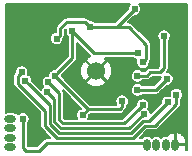
<source format=gbr>
G04 #@! TF.FileFunction,Copper,L2,Bot,Signal*
%FSLAX46Y46*%
G04 Gerber Fmt 4.6, Leading zero omitted, Abs format (unit mm)*
G04 Created by KiCad (PCBNEW 4.0.2-stable) date 23/09/2017 10:35:29 PM*
%MOMM*%
G01*
G04 APERTURE LIST*
%ADD10C,0.100000*%
%ADD11C,1.524000*%
%ADD12O,0.609600X1.000000*%
%ADD13O,1.000000X0.609600*%
%ADD14C,0.609600*%
%ADD15C,0.250000*%
%ADD16C,0.177800*%
G04 APERTURE END LIST*
D10*
D11*
X150000000Y-107000000D03*
D12*
X154300000Y-113250000D03*
X155100000Y-113250000D03*
X155900000Y-113250000D03*
X156700000Y-113250000D03*
D13*
X142750000Y-111050000D03*
X142750000Y-111850000D03*
X142750000Y-112650000D03*
X142750000Y-113450000D03*
D14*
X144600004Y-113100000D03*
X143350000Y-105750000D03*
X154450000Y-112200000D03*
X147450000Y-110832220D03*
X147450000Y-109550002D03*
X157000000Y-107000000D03*
X156500000Y-112100000D03*
X146200000Y-104900000D03*
X146050000Y-106600000D03*
X144950000Y-102000000D03*
X151050000Y-102000000D03*
X143800000Y-111050000D03*
X153950000Y-106250000D03*
X153250000Y-101750000D03*
X149500000Y-103250000D03*
X146650000Y-104250000D03*
X156800000Y-109000000D03*
X143692799Y-107090398D03*
X144000000Y-107800000D03*
X156050000Y-109650000D03*
X153939710Y-109879179D03*
X145950000Y-107950000D03*
X154050000Y-110633168D03*
X145867790Y-108800000D03*
X153500000Y-108600000D03*
X156001973Y-107662036D03*
X146500000Y-107400000D03*
X148000000Y-103649986D03*
X153550002Y-105500000D03*
X152200000Y-109550000D03*
X148850000Y-110750000D03*
X155750000Y-104050000D03*
X153500000Y-107400000D03*
D15*
X143350000Y-105750000D02*
X142450000Y-106650000D01*
X142450000Y-106650000D02*
X142450000Y-108250000D01*
X142450000Y-108250000D02*
X144600004Y-110400004D01*
X144600004Y-110400004D02*
X144600004Y-112668948D01*
X144600004Y-112668948D02*
X144600004Y-113100000D01*
X154450000Y-112200000D02*
X156400000Y-112200000D01*
X156400000Y-112200000D02*
X156500000Y-112100000D01*
X147450000Y-109550002D02*
X147450000Y-110832220D01*
X157450000Y-110050000D02*
X157450000Y-107450000D01*
X157450000Y-107450000D02*
X157000000Y-107000000D01*
X156500000Y-111000000D02*
X157450000Y-110050000D01*
X156500000Y-112100000D02*
X156500000Y-111000000D01*
X146200000Y-104900000D02*
X144950000Y-103650000D01*
X144950000Y-103650000D02*
X144950000Y-102000000D01*
X146050000Y-106600000D02*
X146050000Y-105050000D01*
X146050000Y-105050000D02*
X146200000Y-104900000D01*
X151050000Y-102000000D02*
X144950000Y-102000000D01*
X144050000Y-113750000D02*
X143800000Y-113500000D01*
X143800000Y-113500000D02*
X143800000Y-111050000D01*
X145150000Y-113750000D02*
X144050000Y-113750000D01*
X145850000Y-113050000D02*
X145150000Y-113750000D01*
X146500000Y-113050000D02*
X145850000Y-113050000D01*
X154300000Y-113250000D02*
X154100000Y-113050000D01*
X154100000Y-113050000D02*
X146500000Y-113050000D01*
X154254799Y-104754799D02*
X152750000Y-103250000D01*
X152750000Y-103250000D02*
X151750000Y-103250000D01*
X153950000Y-106250000D02*
X154254799Y-105945201D01*
X154254799Y-105945201D02*
X154254799Y-104754799D01*
X149500000Y-103250000D02*
X151750000Y-103250000D01*
X151750000Y-103250000D02*
X153250000Y-101750000D01*
X146954799Y-103945201D02*
X146954799Y-103395201D01*
X146650000Y-104250000D02*
X146954799Y-103945201D01*
X146954799Y-103395201D02*
X147500000Y-102850000D01*
X147500000Y-102850000D02*
X149100000Y-102850000D01*
X149100000Y-102850000D02*
X149500000Y-103250000D01*
X154982346Y-111617799D02*
X156800000Y-109800145D01*
X156800000Y-109431052D02*
X156800000Y-109000000D01*
X143388000Y-108068906D02*
X145660566Y-110341472D01*
X156800000Y-109800145D02*
X156800000Y-109431052D01*
X145660566Y-111629509D02*
X146670491Y-112639434D01*
X145660566Y-110341472D02*
X145660566Y-111629509D01*
X146670491Y-112639434D02*
X153148908Y-112639434D01*
X143692799Y-107090398D02*
X143388000Y-107395197D01*
X153148908Y-112639434D02*
X154170543Y-111617799D01*
X143388000Y-107395197D02*
X143388000Y-108068906D01*
X154170543Y-111617799D02*
X154982346Y-111617799D01*
X146062977Y-109862977D02*
X144304799Y-108104799D01*
X144304799Y-108104799D02*
X144000000Y-107800000D01*
X152982224Y-112237023D02*
X146837175Y-112237023D01*
X154003859Y-111215388D02*
X152982224Y-112237023D01*
X156050000Y-109650000D02*
X154484612Y-111215388D01*
X146062977Y-111462825D02*
X146062977Y-109862977D01*
X146837175Y-112237023D02*
X146062977Y-111462825D01*
X154484612Y-111215388D02*
X154003859Y-111215388D01*
X146867799Y-111129457D02*
X147170543Y-111432201D01*
X147170543Y-111432201D02*
X152386688Y-111432201D01*
X152386688Y-111432201D02*
X153634911Y-110183978D01*
X145950000Y-107950000D02*
X146867799Y-108867799D01*
X146867799Y-108867799D02*
X146867799Y-111129457D01*
X153634911Y-110183978D02*
X153939710Y-109879179D01*
X146465388Y-111296141D02*
X147003859Y-111834612D01*
X145867790Y-108800000D02*
X146465388Y-109397598D01*
X153950152Y-110700000D02*
X154050000Y-110700000D01*
X147003859Y-111834612D02*
X152815540Y-111834612D01*
X152815540Y-111834612D02*
X153950152Y-110700000D01*
X146465388Y-109397598D02*
X146465388Y-111296141D01*
X154050000Y-110700000D02*
X154050000Y-110633168D01*
X153931052Y-108600000D02*
X153500000Y-108600000D01*
X156001973Y-107662036D02*
X155064009Y-108600000D01*
X155064009Y-108600000D02*
X153931052Y-108600000D01*
X146804799Y-107095201D02*
X146500000Y-107400000D01*
X148000000Y-105900000D02*
X146804799Y-107095201D01*
X148000000Y-103649986D02*
X148000000Y-105900000D01*
X149350000Y-110250000D02*
X146500000Y-107400000D01*
X148304799Y-103954785D02*
X148000000Y-103649986D01*
X153550002Y-105500000D02*
X149850014Y-105500000D01*
X149850014Y-105500000D02*
X148304799Y-103954785D01*
X152200000Y-110050000D02*
X152200000Y-109550000D01*
X152200000Y-110050000D02*
X152000000Y-110250000D01*
X152000000Y-110250000D02*
X149350000Y-110250000D01*
X149350000Y-110250000D02*
X148850000Y-110750000D01*
X155750000Y-106750000D02*
X155750000Y-104050000D01*
X155402410Y-107097590D02*
X155750000Y-106750000D01*
X154583317Y-107097590D02*
X155402410Y-107097590D01*
X153500000Y-107400000D02*
X154280908Y-107400000D01*
X154280908Y-107400000D02*
X154583317Y-107097590D01*
D16*
G36*
X157658300Y-113658300D02*
X157576712Y-113658300D01*
X157577331Y-113656519D01*
X157601700Y-113481300D01*
X157601700Y-113286100D01*
X156736100Y-113286100D01*
X156736100Y-113306100D01*
X156663900Y-113306100D01*
X156663900Y-113286100D01*
X156643900Y-113286100D01*
X156643900Y-113213900D01*
X156663900Y-113213900D01*
X156663900Y-112303191D01*
X156736100Y-112303191D01*
X156736100Y-113213900D01*
X157601700Y-113213900D01*
X157601700Y-113018700D01*
X157577331Y-112843481D01*
X157519247Y-112676383D01*
X157429680Y-112523827D01*
X157312072Y-112391676D01*
X157170942Y-112285008D01*
X157011714Y-112207923D01*
X156876599Y-112170563D01*
X156736100Y-112303191D01*
X156663900Y-112303191D01*
X156523401Y-112170563D01*
X156388286Y-112207923D01*
X156229058Y-112285008D01*
X156087928Y-112391676D01*
X156000636Y-112489762D01*
X155903990Y-112479604D01*
X155792912Y-112489713D01*
X155685912Y-112521204D01*
X155587068Y-112572879D01*
X155500142Y-112642769D01*
X155499561Y-112643462D01*
X155419579Y-112577295D01*
X155321465Y-112524245D01*
X155214916Y-112491263D01*
X155103990Y-112479604D01*
X154992912Y-112489713D01*
X154885912Y-112521204D01*
X154787068Y-112572879D01*
X154700142Y-112642769D01*
X154699561Y-112643462D01*
X154619579Y-112577295D01*
X154521465Y-112524245D01*
X154414916Y-112491263D01*
X154303990Y-112479604D01*
X154192912Y-112489713D01*
X154085912Y-112521204D01*
X153987068Y-112572879D01*
X153900142Y-112642769D01*
X153887110Y-112658300D01*
X153683990Y-112658300D01*
X154332791Y-112009499D01*
X154982346Y-112009499D01*
X155018367Y-112005967D01*
X155054399Y-112002815D01*
X155056378Y-112002240D01*
X155058428Y-112002039D01*
X155093067Y-111991581D01*
X155127811Y-111981487D01*
X155129639Y-111980539D01*
X155131611Y-111979944D01*
X155163552Y-111962960D01*
X155195681Y-111946306D01*
X155197291Y-111945020D01*
X155199109Y-111944054D01*
X155227124Y-111921206D01*
X155255426Y-111898613D01*
X155258296Y-111895783D01*
X155258351Y-111895738D01*
X155258393Y-111895687D01*
X155259320Y-111894773D01*
X157076974Y-110077119D01*
X157099953Y-110049144D01*
X157123197Y-110021443D01*
X157124189Y-110019638D01*
X157125497Y-110018046D01*
X157142621Y-109986111D01*
X157160025Y-109954452D01*
X157160646Y-109952494D01*
X157161622Y-109950674D01*
X157172216Y-109916021D01*
X157183140Y-109881584D01*
X157183370Y-109879538D01*
X157183972Y-109877567D01*
X157187630Y-109841553D01*
X157191662Y-109805614D01*
X157191690Y-109801592D01*
X157191698Y-109801513D01*
X157191691Y-109801439D01*
X157191700Y-109800145D01*
X157191700Y-109416200D01*
X157234716Y-109375237D01*
X157299321Y-109283654D01*
X157344906Y-109181266D01*
X157369737Y-109071974D01*
X157371524Y-108943962D01*
X157349755Y-108834019D01*
X157307046Y-108730399D01*
X157245023Y-108637048D01*
X157166050Y-108557521D01*
X157073134Y-108494849D01*
X156969815Y-108451417D01*
X156860027Y-108428881D01*
X156747953Y-108428098D01*
X156637861Y-108449100D01*
X156533945Y-108491084D01*
X156440163Y-108552453D01*
X156360087Y-108630870D01*
X156296768Y-108723346D01*
X156252616Y-108826360D01*
X156229314Y-108935987D01*
X156227749Y-109048053D01*
X156239025Y-109109492D01*
X156219815Y-109101417D01*
X156110027Y-109078881D01*
X155997953Y-109078098D01*
X155887861Y-109099100D01*
X155783945Y-109141084D01*
X155690163Y-109202453D01*
X155610087Y-109280870D01*
X155546768Y-109373346D01*
X155502616Y-109476360D01*
X155479314Y-109585987D01*
X155478170Y-109667882D01*
X154612830Y-110533222D01*
X154599755Y-110467187D01*
X154557046Y-110363567D01*
X154495023Y-110270216D01*
X154417997Y-110192650D01*
X154439031Y-110162833D01*
X154484616Y-110060445D01*
X154509447Y-109951153D01*
X154511234Y-109823141D01*
X154489465Y-109713198D01*
X154446756Y-109609578D01*
X154384733Y-109516227D01*
X154305760Y-109436700D01*
X154212844Y-109374028D01*
X154109525Y-109330596D01*
X153999737Y-109308060D01*
X153887663Y-109307277D01*
X153777571Y-109328279D01*
X153673655Y-109370263D01*
X153579873Y-109431632D01*
X153499797Y-109510049D01*
X153436478Y-109602525D01*
X153392326Y-109705539D01*
X153369024Y-109815166D01*
X153367880Y-109897061D01*
X152224440Y-111040501D01*
X149344491Y-111040501D01*
X149349321Y-111033654D01*
X149394906Y-110931266D01*
X149419737Y-110821974D01*
X149420979Y-110732969D01*
X149512248Y-110641700D01*
X152000000Y-110641700D01*
X152036021Y-110638168D01*
X152072053Y-110635016D01*
X152074032Y-110634441D01*
X152076082Y-110634240D01*
X152110721Y-110623782D01*
X152145465Y-110613688D01*
X152147293Y-110612740D01*
X152149265Y-110612145D01*
X152181206Y-110595161D01*
X152213335Y-110578507D01*
X152214945Y-110577221D01*
X152216763Y-110576255D01*
X152244778Y-110553407D01*
X152273080Y-110530814D01*
X152275950Y-110527984D01*
X152276005Y-110527939D01*
X152276047Y-110527888D01*
X152276974Y-110526974D01*
X152476974Y-110326974D01*
X152499935Y-110299021D01*
X152523197Y-110271298D01*
X152524191Y-110269490D01*
X152525497Y-110267900D01*
X152542609Y-110235987D01*
X152560025Y-110204307D01*
X152560646Y-110202349D01*
X152561622Y-110200529D01*
X152572216Y-110165876D01*
X152583140Y-110131439D01*
X152583370Y-110129393D01*
X152583972Y-110127422D01*
X152587630Y-110091413D01*
X152591662Y-110055469D01*
X152591690Y-110051446D01*
X152591698Y-110051367D01*
X152591691Y-110051289D01*
X152591700Y-110050000D01*
X152591700Y-109966200D01*
X152634716Y-109925237D01*
X152699321Y-109833654D01*
X152744906Y-109731266D01*
X152769737Y-109621974D01*
X152771524Y-109493962D01*
X152749755Y-109384019D01*
X152707046Y-109280399D01*
X152645023Y-109187048D01*
X152566050Y-109107521D01*
X152473134Y-109044849D01*
X152369815Y-109001417D01*
X152260027Y-108978881D01*
X152147953Y-108978098D01*
X152037861Y-108999100D01*
X151933945Y-109041084D01*
X151840163Y-109102453D01*
X151760087Y-109180870D01*
X151696768Y-109273346D01*
X151652616Y-109376360D01*
X151629314Y-109485987D01*
X151627749Y-109598053D01*
X151647981Y-109708289D01*
X151689239Y-109812495D01*
X151718758Y-109858300D01*
X149512247Y-109858300D01*
X147539114Y-107885166D01*
X149165887Y-107885166D01*
X149226880Y-108125525D01*
X149461314Y-108254726D01*
X149716449Y-108335710D01*
X149982482Y-108365362D01*
X150249188Y-108342545D01*
X150506317Y-108268134D01*
X150743989Y-108144990D01*
X150773120Y-108125525D01*
X150834113Y-107885166D01*
X150000000Y-107051053D01*
X149165887Y-107885166D01*
X147539114Y-107885166D01*
X147070511Y-107416563D01*
X147070979Y-107382969D01*
X147081773Y-107372175D01*
X147471465Y-106982482D01*
X148634638Y-106982482D01*
X148657455Y-107249188D01*
X148731866Y-107506317D01*
X148855010Y-107743989D01*
X148874475Y-107773120D01*
X149114834Y-107834113D01*
X149948947Y-107000000D01*
X150051053Y-107000000D01*
X150885166Y-107834113D01*
X151125525Y-107773120D01*
X151254726Y-107538686D01*
X151283494Y-107448053D01*
X152927749Y-107448053D01*
X152947981Y-107558289D01*
X152989239Y-107662495D01*
X153049952Y-107756703D01*
X153127807Y-107837325D01*
X153219839Y-107901289D01*
X153322542Y-107946158D01*
X153432005Y-107970225D01*
X153544057Y-107972572D01*
X153654431Y-107953111D01*
X153758923Y-107912581D01*
X153853553Y-107852527D01*
X153917428Y-107791700D01*
X154280908Y-107791700D01*
X154316921Y-107788169D01*
X154352962Y-107785016D01*
X154354942Y-107784441D01*
X154356990Y-107784240D01*
X154391663Y-107773772D01*
X154426373Y-107763687D01*
X154428197Y-107762742D01*
X154430173Y-107762145D01*
X154462150Y-107745142D01*
X154494243Y-107728507D01*
X154495853Y-107727221D01*
X154497671Y-107726255D01*
X154525686Y-107703407D01*
X154553988Y-107680814D01*
X154556853Y-107677988D01*
X154556913Y-107677939D01*
X154556959Y-107677884D01*
X154557882Y-107676973D01*
X154745564Y-107489290D01*
X155402410Y-107489290D01*
X155438431Y-107485758D01*
X155456393Y-107484187D01*
X155454589Y-107488396D01*
X155431287Y-107598023D01*
X155430143Y-107679918D01*
X154901761Y-108208300D01*
X153916475Y-108208300D01*
X153866050Y-108157521D01*
X153773134Y-108094849D01*
X153669815Y-108051417D01*
X153560027Y-108028881D01*
X153447953Y-108028098D01*
X153337861Y-108049100D01*
X153233945Y-108091084D01*
X153140163Y-108152453D01*
X153060087Y-108230870D01*
X152996768Y-108323346D01*
X152952616Y-108426360D01*
X152929314Y-108535987D01*
X152927749Y-108648053D01*
X152947981Y-108758289D01*
X152989239Y-108862495D01*
X153049952Y-108956703D01*
X153127807Y-109037325D01*
X153219839Y-109101289D01*
X153322542Y-109146158D01*
X153432005Y-109170225D01*
X153544057Y-109172572D01*
X153654431Y-109153111D01*
X153758923Y-109112581D01*
X153853553Y-109052527D01*
X153917428Y-108991700D01*
X155064009Y-108991700D01*
X155100030Y-108988168D01*
X155136062Y-108985016D01*
X155138041Y-108984441D01*
X155140091Y-108984240D01*
X155174730Y-108973782D01*
X155209474Y-108963688D01*
X155211302Y-108962740D01*
X155213274Y-108962145D01*
X155245215Y-108945161D01*
X155277344Y-108928507D01*
X155278954Y-108927221D01*
X155280772Y-108926255D01*
X155308787Y-108903407D01*
X155337089Y-108880814D01*
X155339959Y-108877984D01*
X155340014Y-108877939D01*
X155340056Y-108877888D01*
X155340983Y-108876974D01*
X155984634Y-108233322D01*
X156046030Y-108234608D01*
X156156404Y-108215147D01*
X156260896Y-108174617D01*
X156355526Y-108114563D01*
X156436689Y-108037273D01*
X156501294Y-107945690D01*
X156546879Y-107843302D01*
X156571710Y-107734010D01*
X156573497Y-107605998D01*
X156551728Y-107496055D01*
X156509019Y-107392435D01*
X156446996Y-107299084D01*
X156368023Y-107219557D01*
X156275107Y-107156885D01*
X156171788Y-107113453D01*
X156062000Y-107090917D01*
X155963717Y-107090230D01*
X156026973Y-107026974D01*
X156049906Y-106999055D01*
X156073197Y-106971298D01*
X156074191Y-106969489D01*
X156075496Y-106967901D01*
X156092580Y-106936040D01*
X156110025Y-106904307D01*
X156110648Y-106902344D01*
X156111621Y-106900529D01*
X156122192Y-106865950D01*
X156133140Y-106831439D01*
X156133370Y-106829389D01*
X156133971Y-106827423D01*
X156137620Y-106791498D01*
X156141662Y-106755469D01*
X156141690Y-106751437D01*
X156141697Y-106751368D01*
X156141691Y-106751304D01*
X156141700Y-106750000D01*
X156141700Y-104466200D01*
X156184716Y-104425237D01*
X156249321Y-104333654D01*
X156294906Y-104231266D01*
X156319737Y-104121974D01*
X156321524Y-103993962D01*
X156299755Y-103884019D01*
X156257046Y-103780399D01*
X156195023Y-103687048D01*
X156116050Y-103607521D01*
X156023134Y-103544849D01*
X155919815Y-103501417D01*
X155810027Y-103478881D01*
X155697953Y-103478098D01*
X155587861Y-103499100D01*
X155483945Y-103541084D01*
X155390163Y-103602453D01*
X155310087Y-103680870D01*
X155246768Y-103773346D01*
X155202616Y-103876360D01*
X155179314Y-103985987D01*
X155177749Y-104098053D01*
X155197981Y-104208289D01*
X155239239Y-104312495D01*
X155299952Y-104406703D01*
X155358300Y-104467125D01*
X155358300Y-106587753D01*
X155240162Y-106705890D01*
X154583317Y-106705890D01*
X154547345Y-106709417D01*
X154511263Y-106712574D01*
X154509283Y-106713149D01*
X154507235Y-106713350D01*
X154472608Y-106723804D01*
X154437852Y-106733902D01*
X154436024Y-106734850D01*
X154434052Y-106735445D01*
X154402111Y-106752429D01*
X154369982Y-106769083D01*
X154368372Y-106770369D01*
X154366554Y-106771335D01*
X154338539Y-106794183D01*
X154310237Y-106816776D01*
X154307367Y-106819606D01*
X154307312Y-106819651D01*
X154307270Y-106819702D01*
X154306343Y-106820616D01*
X154118660Y-107008300D01*
X153916475Y-107008300D01*
X153866050Y-106957521D01*
X153773134Y-106894849D01*
X153669815Y-106851417D01*
X153560027Y-106828881D01*
X153447953Y-106828098D01*
X153337861Y-106849100D01*
X153233945Y-106891084D01*
X153140163Y-106952453D01*
X153060087Y-107030870D01*
X152996768Y-107123346D01*
X152952616Y-107226360D01*
X152929314Y-107335987D01*
X152927749Y-107448053D01*
X151283494Y-107448053D01*
X151335710Y-107283551D01*
X151365362Y-107017518D01*
X151342545Y-106750812D01*
X151268134Y-106493683D01*
X151144990Y-106256011D01*
X151125525Y-106226880D01*
X150885166Y-106165887D01*
X150051053Y-107000000D01*
X149948947Y-107000000D01*
X149114834Y-106165887D01*
X148874475Y-106226880D01*
X148745274Y-106461314D01*
X148664290Y-106716449D01*
X148634638Y-106982482D01*
X147471465Y-106982482D01*
X148276973Y-106176974D01*
X148299906Y-106149055D01*
X148323197Y-106121298D01*
X148324191Y-106119489D01*
X148325496Y-106117901D01*
X148342580Y-106086040D01*
X148360025Y-106054307D01*
X148360648Y-106052344D01*
X148361621Y-106050529D01*
X148372192Y-106015950D01*
X148383140Y-105981439D01*
X148383370Y-105979389D01*
X148383971Y-105977423D01*
X148387620Y-105941498D01*
X148391662Y-105905469D01*
X148391690Y-105901437D01*
X148391697Y-105901368D01*
X148391691Y-105901304D01*
X148391700Y-105900000D01*
X148391700Y-104595634D01*
X149520245Y-105724179D01*
X149493683Y-105731866D01*
X149256011Y-105855010D01*
X149226880Y-105874475D01*
X149165887Y-106114834D01*
X150000000Y-106948947D01*
X150834113Y-106114834D01*
X150777491Y-105891700D01*
X153133750Y-105891700D01*
X153177809Y-105937325D01*
X153269841Y-106001289D01*
X153372544Y-106046158D01*
X153411856Y-106054801D01*
X153402616Y-106076360D01*
X153379314Y-106185987D01*
X153377749Y-106298053D01*
X153397981Y-106408289D01*
X153439239Y-106512495D01*
X153499952Y-106606703D01*
X153577807Y-106687325D01*
X153669839Y-106751289D01*
X153772542Y-106796158D01*
X153882005Y-106820225D01*
X153994057Y-106822572D01*
X154104431Y-106803111D01*
X154208923Y-106762581D01*
X154303553Y-106702527D01*
X154384716Y-106625237D01*
X154449321Y-106533654D01*
X154494906Y-106431266D01*
X154519737Y-106321974D01*
X154520979Y-106232969D01*
X154531773Y-106222175D01*
X154554752Y-106194200D01*
X154577996Y-106166499D01*
X154578988Y-106164694D01*
X154580296Y-106163102D01*
X154597420Y-106131167D01*
X154614824Y-106099508D01*
X154615445Y-106097550D01*
X154616421Y-106095730D01*
X154627015Y-106061077D01*
X154637939Y-106026640D01*
X154638169Y-106024594D01*
X154638771Y-106022623D01*
X154642429Y-105986614D01*
X154646461Y-105950670D01*
X154646489Y-105946647D01*
X154646497Y-105946568D01*
X154646490Y-105946494D01*
X154646499Y-105945201D01*
X154646499Y-104754799D01*
X154642967Y-104718782D01*
X154639815Y-104682745D01*
X154639240Y-104680765D01*
X154639039Y-104678717D01*
X154628585Y-104644090D01*
X154618487Y-104609334D01*
X154617539Y-104607506D01*
X154616944Y-104605534D01*
X154599960Y-104573593D01*
X154583306Y-104541464D01*
X154582020Y-104539854D01*
X154581054Y-104538036D01*
X154558206Y-104510021D01*
X154535613Y-104481719D01*
X154532783Y-104478849D01*
X154532738Y-104478794D01*
X154532687Y-104478752D01*
X154531773Y-104477825D01*
X153026974Y-102973026D01*
X152998999Y-102950047D01*
X152971298Y-102926803D01*
X152969493Y-102925811D01*
X152967901Y-102924503D01*
X152936001Y-102907399D01*
X152904307Y-102889975D01*
X152902345Y-102889352D01*
X152900529Y-102888379D01*
X152865909Y-102877794D01*
X152831439Y-102866860D01*
X152829394Y-102866631D01*
X152827423Y-102866028D01*
X152791403Y-102862369D01*
X152755469Y-102858338D01*
X152751447Y-102858310D01*
X152751368Y-102858302D01*
X152751294Y-102858309D01*
X152750000Y-102858300D01*
X152695648Y-102858300D01*
X153232661Y-102321286D01*
X153294057Y-102322572D01*
X153404431Y-102303111D01*
X153508923Y-102262581D01*
X153603553Y-102202527D01*
X153684716Y-102125237D01*
X153749321Y-102033654D01*
X153794906Y-101931266D01*
X153819737Y-101821974D01*
X153821524Y-101693962D01*
X153799755Y-101584019D01*
X153757046Y-101480399D01*
X153695023Y-101387048D01*
X153649991Y-101341700D01*
X157658300Y-101341700D01*
X157658300Y-113658300D01*
X157658300Y-113658300D01*
G37*
X157658300Y-113658300D02*
X157576712Y-113658300D01*
X157577331Y-113656519D01*
X157601700Y-113481300D01*
X157601700Y-113286100D01*
X156736100Y-113286100D01*
X156736100Y-113306100D01*
X156663900Y-113306100D01*
X156663900Y-113286100D01*
X156643900Y-113286100D01*
X156643900Y-113213900D01*
X156663900Y-113213900D01*
X156663900Y-112303191D01*
X156736100Y-112303191D01*
X156736100Y-113213900D01*
X157601700Y-113213900D01*
X157601700Y-113018700D01*
X157577331Y-112843481D01*
X157519247Y-112676383D01*
X157429680Y-112523827D01*
X157312072Y-112391676D01*
X157170942Y-112285008D01*
X157011714Y-112207923D01*
X156876599Y-112170563D01*
X156736100Y-112303191D01*
X156663900Y-112303191D01*
X156523401Y-112170563D01*
X156388286Y-112207923D01*
X156229058Y-112285008D01*
X156087928Y-112391676D01*
X156000636Y-112489762D01*
X155903990Y-112479604D01*
X155792912Y-112489713D01*
X155685912Y-112521204D01*
X155587068Y-112572879D01*
X155500142Y-112642769D01*
X155499561Y-112643462D01*
X155419579Y-112577295D01*
X155321465Y-112524245D01*
X155214916Y-112491263D01*
X155103990Y-112479604D01*
X154992912Y-112489713D01*
X154885912Y-112521204D01*
X154787068Y-112572879D01*
X154700142Y-112642769D01*
X154699561Y-112643462D01*
X154619579Y-112577295D01*
X154521465Y-112524245D01*
X154414916Y-112491263D01*
X154303990Y-112479604D01*
X154192912Y-112489713D01*
X154085912Y-112521204D01*
X153987068Y-112572879D01*
X153900142Y-112642769D01*
X153887110Y-112658300D01*
X153683990Y-112658300D01*
X154332791Y-112009499D01*
X154982346Y-112009499D01*
X155018367Y-112005967D01*
X155054399Y-112002815D01*
X155056378Y-112002240D01*
X155058428Y-112002039D01*
X155093067Y-111991581D01*
X155127811Y-111981487D01*
X155129639Y-111980539D01*
X155131611Y-111979944D01*
X155163552Y-111962960D01*
X155195681Y-111946306D01*
X155197291Y-111945020D01*
X155199109Y-111944054D01*
X155227124Y-111921206D01*
X155255426Y-111898613D01*
X155258296Y-111895783D01*
X155258351Y-111895738D01*
X155258393Y-111895687D01*
X155259320Y-111894773D01*
X157076974Y-110077119D01*
X157099953Y-110049144D01*
X157123197Y-110021443D01*
X157124189Y-110019638D01*
X157125497Y-110018046D01*
X157142621Y-109986111D01*
X157160025Y-109954452D01*
X157160646Y-109952494D01*
X157161622Y-109950674D01*
X157172216Y-109916021D01*
X157183140Y-109881584D01*
X157183370Y-109879538D01*
X157183972Y-109877567D01*
X157187630Y-109841553D01*
X157191662Y-109805614D01*
X157191690Y-109801592D01*
X157191698Y-109801513D01*
X157191691Y-109801439D01*
X157191700Y-109800145D01*
X157191700Y-109416200D01*
X157234716Y-109375237D01*
X157299321Y-109283654D01*
X157344906Y-109181266D01*
X157369737Y-109071974D01*
X157371524Y-108943962D01*
X157349755Y-108834019D01*
X157307046Y-108730399D01*
X157245023Y-108637048D01*
X157166050Y-108557521D01*
X157073134Y-108494849D01*
X156969815Y-108451417D01*
X156860027Y-108428881D01*
X156747953Y-108428098D01*
X156637861Y-108449100D01*
X156533945Y-108491084D01*
X156440163Y-108552453D01*
X156360087Y-108630870D01*
X156296768Y-108723346D01*
X156252616Y-108826360D01*
X156229314Y-108935987D01*
X156227749Y-109048053D01*
X156239025Y-109109492D01*
X156219815Y-109101417D01*
X156110027Y-109078881D01*
X155997953Y-109078098D01*
X155887861Y-109099100D01*
X155783945Y-109141084D01*
X155690163Y-109202453D01*
X155610087Y-109280870D01*
X155546768Y-109373346D01*
X155502616Y-109476360D01*
X155479314Y-109585987D01*
X155478170Y-109667882D01*
X154612830Y-110533222D01*
X154599755Y-110467187D01*
X154557046Y-110363567D01*
X154495023Y-110270216D01*
X154417997Y-110192650D01*
X154439031Y-110162833D01*
X154484616Y-110060445D01*
X154509447Y-109951153D01*
X154511234Y-109823141D01*
X154489465Y-109713198D01*
X154446756Y-109609578D01*
X154384733Y-109516227D01*
X154305760Y-109436700D01*
X154212844Y-109374028D01*
X154109525Y-109330596D01*
X153999737Y-109308060D01*
X153887663Y-109307277D01*
X153777571Y-109328279D01*
X153673655Y-109370263D01*
X153579873Y-109431632D01*
X153499797Y-109510049D01*
X153436478Y-109602525D01*
X153392326Y-109705539D01*
X153369024Y-109815166D01*
X153367880Y-109897061D01*
X152224440Y-111040501D01*
X149344491Y-111040501D01*
X149349321Y-111033654D01*
X149394906Y-110931266D01*
X149419737Y-110821974D01*
X149420979Y-110732969D01*
X149512248Y-110641700D01*
X152000000Y-110641700D01*
X152036021Y-110638168D01*
X152072053Y-110635016D01*
X152074032Y-110634441D01*
X152076082Y-110634240D01*
X152110721Y-110623782D01*
X152145465Y-110613688D01*
X152147293Y-110612740D01*
X152149265Y-110612145D01*
X152181206Y-110595161D01*
X152213335Y-110578507D01*
X152214945Y-110577221D01*
X152216763Y-110576255D01*
X152244778Y-110553407D01*
X152273080Y-110530814D01*
X152275950Y-110527984D01*
X152276005Y-110527939D01*
X152276047Y-110527888D01*
X152276974Y-110526974D01*
X152476974Y-110326974D01*
X152499935Y-110299021D01*
X152523197Y-110271298D01*
X152524191Y-110269490D01*
X152525497Y-110267900D01*
X152542609Y-110235987D01*
X152560025Y-110204307D01*
X152560646Y-110202349D01*
X152561622Y-110200529D01*
X152572216Y-110165876D01*
X152583140Y-110131439D01*
X152583370Y-110129393D01*
X152583972Y-110127422D01*
X152587630Y-110091413D01*
X152591662Y-110055469D01*
X152591690Y-110051446D01*
X152591698Y-110051367D01*
X152591691Y-110051289D01*
X152591700Y-110050000D01*
X152591700Y-109966200D01*
X152634716Y-109925237D01*
X152699321Y-109833654D01*
X152744906Y-109731266D01*
X152769737Y-109621974D01*
X152771524Y-109493962D01*
X152749755Y-109384019D01*
X152707046Y-109280399D01*
X152645023Y-109187048D01*
X152566050Y-109107521D01*
X152473134Y-109044849D01*
X152369815Y-109001417D01*
X152260027Y-108978881D01*
X152147953Y-108978098D01*
X152037861Y-108999100D01*
X151933945Y-109041084D01*
X151840163Y-109102453D01*
X151760087Y-109180870D01*
X151696768Y-109273346D01*
X151652616Y-109376360D01*
X151629314Y-109485987D01*
X151627749Y-109598053D01*
X151647981Y-109708289D01*
X151689239Y-109812495D01*
X151718758Y-109858300D01*
X149512247Y-109858300D01*
X147539114Y-107885166D01*
X149165887Y-107885166D01*
X149226880Y-108125525D01*
X149461314Y-108254726D01*
X149716449Y-108335710D01*
X149982482Y-108365362D01*
X150249188Y-108342545D01*
X150506317Y-108268134D01*
X150743989Y-108144990D01*
X150773120Y-108125525D01*
X150834113Y-107885166D01*
X150000000Y-107051053D01*
X149165887Y-107885166D01*
X147539114Y-107885166D01*
X147070511Y-107416563D01*
X147070979Y-107382969D01*
X147081773Y-107372175D01*
X147471465Y-106982482D01*
X148634638Y-106982482D01*
X148657455Y-107249188D01*
X148731866Y-107506317D01*
X148855010Y-107743989D01*
X148874475Y-107773120D01*
X149114834Y-107834113D01*
X149948947Y-107000000D01*
X150051053Y-107000000D01*
X150885166Y-107834113D01*
X151125525Y-107773120D01*
X151254726Y-107538686D01*
X151283494Y-107448053D01*
X152927749Y-107448053D01*
X152947981Y-107558289D01*
X152989239Y-107662495D01*
X153049952Y-107756703D01*
X153127807Y-107837325D01*
X153219839Y-107901289D01*
X153322542Y-107946158D01*
X153432005Y-107970225D01*
X153544057Y-107972572D01*
X153654431Y-107953111D01*
X153758923Y-107912581D01*
X153853553Y-107852527D01*
X153917428Y-107791700D01*
X154280908Y-107791700D01*
X154316921Y-107788169D01*
X154352962Y-107785016D01*
X154354942Y-107784441D01*
X154356990Y-107784240D01*
X154391663Y-107773772D01*
X154426373Y-107763687D01*
X154428197Y-107762742D01*
X154430173Y-107762145D01*
X154462150Y-107745142D01*
X154494243Y-107728507D01*
X154495853Y-107727221D01*
X154497671Y-107726255D01*
X154525686Y-107703407D01*
X154553988Y-107680814D01*
X154556853Y-107677988D01*
X154556913Y-107677939D01*
X154556959Y-107677884D01*
X154557882Y-107676973D01*
X154745564Y-107489290D01*
X155402410Y-107489290D01*
X155438431Y-107485758D01*
X155456393Y-107484187D01*
X155454589Y-107488396D01*
X155431287Y-107598023D01*
X155430143Y-107679918D01*
X154901761Y-108208300D01*
X153916475Y-108208300D01*
X153866050Y-108157521D01*
X153773134Y-108094849D01*
X153669815Y-108051417D01*
X153560027Y-108028881D01*
X153447953Y-108028098D01*
X153337861Y-108049100D01*
X153233945Y-108091084D01*
X153140163Y-108152453D01*
X153060087Y-108230870D01*
X152996768Y-108323346D01*
X152952616Y-108426360D01*
X152929314Y-108535987D01*
X152927749Y-108648053D01*
X152947981Y-108758289D01*
X152989239Y-108862495D01*
X153049952Y-108956703D01*
X153127807Y-109037325D01*
X153219839Y-109101289D01*
X153322542Y-109146158D01*
X153432005Y-109170225D01*
X153544057Y-109172572D01*
X153654431Y-109153111D01*
X153758923Y-109112581D01*
X153853553Y-109052527D01*
X153917428Y-108991700D01*
X155064009Y-108991700D01*
X155100030Y-108988168D01*
X155136062Y-108985016D01*
X155138041Y-108984441D01*
X155140091Y-108984240D01*
X155174730Y-108973782D01*
X155209474Y-108963688D01*
X155211302Y-108962740D01*
X155213274Y-108962145D01*
X155245215Y-108945161D01*
X155277344Y-108928507D01*
X155278954Y-108927221D01*
X155280772Y-108926255D01*
X155308787Y-108903407D01*
X155337089Y-108880814D01*
X155339959Y-108877984D01*
X155340014Y-108877939D01*
X155340056Y-108877888D01*
X155340983Y-108876974D01*
X155984634Y-108233322D01*
X156046030Y-108234608D01*
X156156404Y-108215147D01*
X156260896Y-108174617D01*
X156355526Y-108114563D01*
X156436689Y-108037273D01*
X156501294Y-107945690D01*
X156546879Y-107843302D01*
X156571710Y-107734010D01*
X156573497Y-107605998D01*
X156551728Y-107496055D01*
X156509019Y-107392435D01*
X156446996Y-107299084D01*
X156368023Y-107219557D01*
X156275107Y-107156885D01*
X156171788Y-107113453D01*
X156062000Y-107090917D01*
X155963717Y-107090230D01*
X156026973Y-107026974D01*
X156049906Y-106999055D01*
X156073197Y-106971298D01*
X156074191Y-106969489D01*
X156075496Y-106967901D01*
X156092580Y-106936040D01*
X156110025Y-106904307D01*
X156110648Y-106902344D01*
X156111621Y-106900529D01*
X156122192Y-106865950D01*
X156133140Y-106831439D01*
X156133370Y-106829389D01*
X156133971Y-106827423D01*
X156137620Y-106791498D01*
X156141662Y-106755469D01*
X156141690Y-106751437D01*
X156141697Y-106751368D01*
X156141691Y-106751304D01*
X156141700Y-106750000D01*
X156141700Y-104466200D01*
X156184716Y-104425237D01*
X156249321Y-104333654D01*
X156294906Y-104231266D01*
X156319737Y-104121974D01*
X156321524Y-103993962D01*
X156299755Y-103884019D01*
X156257046Y-103780399D01*
X156195023Y-103687048D01*
X156116050Y-103607521D01*
X156023134Y-103544849D01*
X155919815Y-103501417D01*
X155810027Y-103478881D01*
X155697953Y-103478098D01*
X155587861Y-103499100D01*
X155483945Y-103541084D01*
X155390163Y-103602453D01*
X155310087Y-103680870D01*
X155246768Y-103773346D01*
X155202616Y-103876360D01*
X155179314Y-103985987D01*
X155177749Y-104098053D01*
X155197981Y-104208289D01*
X155239239Y-104312495D01*
X155299952Y-104406703D01*
X155358300Y-104467125D01*
X155358300Y-106587753D01*
X155240162Y-106705890D01*
X154583317Y-106705890D01*
X154547345Y-106709417D01*
X154511263Y-106712574D01*
X154509283Y-106713149D01*
X154507235Y-106713350D01*
X154472608Y-106723804D01*
X154437852Y-106733902D01*
X154436024Y-106734850D01*
X154434052Y-106735445D01*
X154402111Y-106752429D01*
X154369982Y-106769083D01*
X154368372Y-106770369D01*
X154366554Y-106771335D01*
X154338539Y-106794183D01*
X154310237Y-106816776D01*
X154307367Y-106819606D01*
X154307312Y-106819651D01*
X154307270Y-106819702D01*
X154306343Y-106820616D01*
X154118660Y-107008300D01*
X153916475Y-107008300D01*
X153866050Y-106957521D01*
X153773134Y-106894849D01*
X153669815Y-106851417D01*
X153560027Y-106828881D01*
X153447953Y-106828098D01*
X153337861Y-106849100D01*
X153233945Y-106891084D01*
X153140163Y-106952453D01*
X153060087Y-107030870D01*
X152996768Y-107123346D01*
X152952616Y-107226360D01*
X152929314Y-107335987D01*
X152927749Y-107448053D01*
X151283494Y-107448053D01*
X151335710Y-107283551D01*
X151365362Y-107017518D01*
X151342545Y-106750812D01*
X151268134Y-106493683D01*
X151144990Y-106256011D01*
X151125525Y-106226880D01*
X150885166Y-106165887D01*
X150051053Y-107000000D01*
X149948947Y-107000000D01*
X149114834Y-106165887D01*
X148874475Y-106226880D01*
X148745274Y-106461314D01*
X148664290Y-106716449D01*
X148634638Y-106982482D01*
X147471465Y-106982482D01*
X148276973Y-106176974D01*
X148299906Y-106149055D01*
X148323197Y-106121298D01*
X148324191Y-106119489D01*
X148325496Y-106117901D01*
X148342580Y-106086040D01*
X148360025Y-106054307D01*
X148360648Y-106052344D01*
X148361621Y-106050529D01*
X148372192Y-106015950D01*
X148383140Y-105981439D01*
X148383370Y-105979389D01*
X148383971Y-105977423D01*
X148387620Y-105941498D01*
X148391662Y-105905469D01*
X148391690Y-105901437D01*
X148391697Y-105901368D01*
X148391691Y-105901304D01*
X148391700Y-105900000D01*
X148391700Y-104595634D01*
X149520245Y-105724179D01*
X149493683Y-105731866D01*
X149256011Y-105855010D01*
X149226880Y-105874475D01*
X149165887Y-106114834D01*
X150000000Y-106948947D01*
X150834113Y-106114834D01*
X150777491Y-105891700D01*
X153133750Y-105891700D01*
X153177809Y-105937325D01*
X153269841Y-106001289D01*
X153372544Y-106046158D01*
X153411856Y-106054801D01*
X153402616Y-106076360D01*
X153379314Y-106185987D01*
X153377749Y-106298053D01*
X153397981Y-106408289D01*
X153439239Y-106512495D01*
X153499952Y-106606703D01*
X153577807Y-106687325D01*
X153669839Y-106751289D01*
X153772542Y-106796158D01*
X153882005Y-106820225D01*
X153994057Y-106822572D01*
X154104431Y-106803111D01*
X154208923Y-106762581D01*
X154303553Y-106702527D01*
X154384716Y-106625237D01*
X154449321Y-106533654D01*
X154494906Y-106431266D01*
X154519737Y-106321974D01*
X154520979Y-106232969D01*
X154531773Y-106222175D01*
X154554752Y-106194200D01*
X154577996Y-106166499D01*
X154578988Y-106164694D01*
X154580296Y-106163102D01*
X154597420Y-106131167D01*
X154614824Y-106099508D01*
X154615445Y-106097550D01*
X154616421Y-106095730D01*
X154627015Y-106061077D01*
X154637939Y-106026640D01*
X154638169Y-106024594D01*
X154638771Y-106022623D01*
X154642429Y-105986614D01*
X154646461Y-105950670D01*
X154646489Y-105946647D01*
X154646497Y-105946568D01*
X154646490Y-105946494D01*
X154646499Y-105945201D01*
X154646499Y-104754799D01*
X154642967Y-104718782D01*
X154639815Y-104682745D01*
X154639240Y-104680765D01*
X154639039Y-104678717D01*
X154628585Y-104644090D01*
X154618487Y-104609334D01*
X154617539Y-104607506D01*
X154616944Y-104605534D01*
X154599960Y-104573593D01*
X154583306Y-104541464D01*
X154582020Y-104539854D01*
X154581054Y-104538036D01*
X154558206Y-104510021D01*
X154535613Y-104481719D01*
X154532783Y-104478849D01*
X154532738Y-104478794D01*
X154532687Y-104478752D01*
X154531773Y-104477825D01*
X153026974Y-102973026D01*
X152998999Y-102950047D01*
X152971298Y-102926803D01*
X152969493Y-102925811D01*
X152967901Y-102924503D01*
X152936001Y-102907399D01*
X152904307Y-102889975D01*
X152902345Y-102889352D01*
X152900529Y-102888379D01*
X152865909Y-102877794D01*
X152831439Y-102866860D01*
X152829394Y-102866631D01*
X152827423Y-102866028D01*
X152791403Y-102862369D01*
X152755469Y-102858338D01*
X152751447Y-102858310D01*
X152751368Y-102858302D01*
X152751294Y-102858309D01*
X152750000Y-102858300D01*
X152695648Y-102858300D01*
X153232661Y-102321286D01*
X153294057Y-102322572D01*
X153404431Y-102303111D01*
X153508923Y-102262581D01*
X153603553Y-102202527D01*
X153684716Y-102125237D01*
X153749321Y-102033654D01*
X153794906Y-101931266D01*
X153819737Y-101821974D01*
X153821524Y-101693962D01*
X153799755Y-101584019D01*
X153757046Y-101480399D01*
X153695023Y-101387048D01*
X153649991Y-101341700D01*
X157658300Y-101341700D01*
X157658300Y-113658300D01*
G36*
X142786100Y-113413900D02*
X142806100Y-113413900D01*
X142806100Y-113486100D01*
X142786100Y-113486100D01*
X142786100Y-113506100D01*
X142713900Y-113506100D01*
X142713900Y-113486100D01*
X142693900Y-113486100D01*
X142693900Y-113413900D01*
X142713900Y-113413900D01*
X142713900Y-113393900D01*
X142786100Y-113393900D01*
X142786100Y-113413900D01*
X142786100Y-113413900D01*
G37*
X142786100Y-113413900D02*
X142806100Y-113413900D01*
X142806100Y-113486100D01*
X142786100Y-113486100D01*
X142786100Y-113506100D01*
X142713900Y-113506100D01*
X142713900Y-113486100D01*
X142693900Y-113486100D01*
X142693900Y-113413900D01*
X142713900Y-113413900D01*
X142713900Y-113393900D01*
X142786100Y-113393900D01*
X142786100Y-113413900D01*
G36*
X152810087Y-101380870D02*
X152746768Y-101473346D01*
X152702616Y-101576360D01*
X152679314Y-101685987D01*
X152678170Y-101767882D01*
X151587752Y-102858300D01*
X149916475Y-102858300D01*
X149866050Y-102807521D01*
X149773134Y-102744849D01*
X149669815Y-102701417D01*
X149560027Y-102678881D01*
X149482286Y-102678338D01*
X149376974Y-102573026D01*
X149348999Y-102550047D01*
X149321298Y-102526803D01*
X149319493Y-102525811D01*
X149317901Y-102524503D01*
X149286001Y-102507399D01*
X149254307Y-102489975D01*
X149252345Y-102489352D01*
X149250529Y-102488379D01*
X149215909Y-102477794D01*
X149181439Y-102466860D01*
X149179394Y-102466631D01*
X149177423Y-102466028D01*
X149141403Y-102462369D01*
X149105469Y-102458338D01*
X149101447Y-102458310D01*
X149101368Y-102458302D01*
X149101294Y-102458309D01*
X149100000Y-102458300D01*
X147500000Y-102458300D01*
X147464023Y-102461828D01*
X147427947Y-102464984D01*
X147425968Y-102465559D01*
X147423918Y-102465760D01*
X147389266Y-102476222D01*
X147354536Y-102486312D01*
X147352709Y-102487259D01*
X147350735Y-102487855D01*
X147318775Y-102504849D01*
X147286665Y-102521493D01*
X147285055Y-102522779D01*
X147283237Y-102523745D01*
X147255198Y-102546613D01*
X147226921Y-102569186D01*
X147224056Y-102572011D01*
X147223995Y-102572061D01*
X147223948Y-102572118D01*
X147223027Y-102573026D01*
X146677825Y-103118227D01*
X146654846Y-103146202D01*
X146631602Y-103173903D01*
X146630610Y-103175708D01*
X146629302Y-103177300D01*
X146612198Y-103209200D01*
X146594774Y-103240894D01*
X146594151Y-103242856D01*
X146593178Y-103244672D01*
X146582593Y-103279292D01*
X146571659Y-103313762D01*
X146571430Y-103315807D01*
X146570827Y-103317778D01*
X146567168Y-103353798D01*
X146563137Y-103389732D01*
X146563109Y-103393754D01*
X146563101Y-103393833D01*
X146563108Y-103393907D01*
X146563099Y-103395201D01*
X146563099Y-103684747D01*
X146487861Y-103699100D01*
X146383945Y-103741084D01*
X146290163Y-103802453D01*
X146210087Y-103880870D01*
X146146768Y-103973346D01*
X146102616Y-104076360D01*
X146079314Y-104185987D01*
X146077749Y-104298053D01*
X146097981Y-104408289D01*
X146139239Y-104512495D01*
X146199952Y-104606703D01*
X146277807Y-104687325D01*
X146369839Y-104751289D01*
X146472542Y-104796158D01*
X146582005Y-104820225D01*
X146694057Y-104822572D01*
X146804431Y-104803111D01*
X146908923Y-104762581D01*
X147003553Y-104702527D01*
X147084716Y-104625237D01*
X147149321Y-104533654D01*
X147194906Y-104431266D01*
X147219737Y-104321974D01*
X147220979Y-104232969D01*
X147231773Y-104222175D01*
X147254752Y-104194200D01*
X147277996Y-104166499D01*
X147278988Y-104164694D01*
X147280296Y-104163102D01*
X147297420Y-104131167D01*
X147314824Y-104099508D01*
X147315445Y-104097550D01*
X147316421Y-104095730D01*
X147327015Y-104061077D01*
X147337939Y-104026640D01*
X147338169Y-104024594D01*
X147338771Y-104022623D01*
X147342429Y-103986614D01*
X147346461Y-103950670D01*
X147346489Y-103946647D01*
X147346497Y-103946568D01*
X147346490Y-103946494D01*
X147346499Y-103945201D01*
X147346499Y-103557449D01*
X147471379Y-103432568D01*
X147452616Y-103476346D01*
X147429314Y-103585973D01*
X147427749Y-103698039D01*
X147447981Y-103808275D01*
X147489239Y-103912481D01*
X147549952Y-104006689D01*
X147608300Y-104067111D01*
X147608300Y-105737753D01*
X146527825Y-106818227D01*
X146517468Y-106828584D01*
X146447953Y-106828098D01*
X146337861Y-106849100D01*
X146233945Y-106891084D01*
X146140163Y-106952453D01*
X146060087Y-107030870D01*
X145996768Y-107123346D01*
X145952616Y-107226360D01*
X145929314Y-107335987D01*
X145928723Y-107378313D01*
X145897953Y-107378098D01*
X145787861Y-107399100D01*
X145683945Y-107441084D01*
X145590163Y-107502453D01*
X145510087Y-107580870D01*
X145446768Y-107673346D01*
X145402616Y-107776360D01*
X145379314Y-107885987D01*
X145377749Y-107998053D01*
X145397981Y-108108289D01*
X145439239Y-108212495D01*
X145499952Y-108306703D01*
X145530122Y-108337946D01*
X145507953Y-108352453D01*
X145427877Y-108430870D01*
X145364558Y-108523346D01*
X145338377Y-108584429D01*
X144570511Y-107816563D01*
X144571524Y-107743962D01*
X144549755Y-107634019D01*
X144507046Y-107530399D01*
X144445023Y-107437048D01*
X144366050Y-107357521D01*
X144273134Y-107294849D01*
X144234595Y-107278649D01*
X144237705Y-107271664D01*
X144262536Y-107162372D01*
X144264323Y-107034360D01*
X144242554Y-106924417D01*
X144199845Y-106820797D01*
X144137822Y-106727446D01*
X144058849Y-106647919D01*
X143965933Y-106585247D01*
X143862614Y-106541815D01*
X143752826Y-106519279D01*
X143640752Y-106518496D01*
X143530660Y-106539498D01*
X143426744Y-106581482D01*
X143332962Y-106642851D01*
X143252886Y-106721268D01*
X143189567Y-106813744D01*
X143145415Y-106916758D01*
X143122113Y-107026385D01*
X143120969Y-107108280D01*
X143111026Y-107118223D01*
X143088047Y-107146198D01*
X143064803Y-107173899D01*
X143063811Y-107175704D01*
X143062503Y-107177296D01*
X143045399Y-107209196D01*
X143027975Y-107240890D01*
X143027352Y-107242852D01*
X143026379Y-107244668D01*
X143015794Y-107279288D01*
X143004860Y-107313758D01*
X143004631Y-107315803D01*
X143004028Y-107317774D01*
X143000369Y-107353794D01*
X142996338Y-107389728D01*
X142996310Y-107393750D01*
X142996302Y-107393829D01*
X142996309Y-107393903D01*
X142996300Y-107395197D01*
X142996300Y-108068906D01*
X142999832Y-108104927D01*
X143002984Y-108140959D01*
X143003559Y-108142938D01*
X143003760Y-108144988D01*
X143014218Y-108179627D01*
X143024312Y-108214371D01*
X143025260Y-108216199D01*
X143025855Y-108218171D01*
X143042839Y-108250112D01*
X143059493Y-108282241D01*
X143060779Y-108283851D01*
X143061745Y-108285669D01*
X143084593Y-108313684D01*
X143107186Y-108341986D01*
X143110016Y-108344856D01*
X143110061Y-108344911D01*
X143110112Y-108344953D01*
X143111026Y-108345880D01*
X145268866Y-110503719D01*
X145268866Y-111629509D01*
X145272398Y-111665530D01*
X145275550Y-111701562D01*
X145276125Y-111703541D01*
X145276326Y-111705591D01*
X145286784Y-111740230D01*
X145296878Y-111774974D01*
X145297826Y-111776802D01*
X145298421Y-111778774D01*
X145315405Y-111810715D01*
X145332059Y-111842844D01*
X145333345Y-111844454D01*
X145334311Y-111846272D01*
X145357159Y-111874287D01*
X145379752Y-111902589D01*
X145382582Y-111905459D01*
X145382627Y-111905514D01*
X145382678Y-111905556D01*
X145383592Y-111906483D01*
X146135410Y-112658300D01*
X145850000Y-112658300D01*
X145813983Y-112661832D01*
X145777946Y-112664984D01*
X145775966Y-112665559D01*
X145773918Y-112665760D01*
X145739245Y-112676228D01*
X145704535Y-112686313D01*
X145702711Y-112687258D01*
X145700735Y-112687855D01*
X145668758Y-112704858D01*
X145636665Y-112721493D01*
X145635055Y-112722779D01*
X145633237Y-112723745D01*
X145605222Y-112746593D01*
X145576920Y-112769186D01*
X145574055Y-112772012D01*
X145573995Y-112772061D01*
X145573949Y-112772116D01*
X145573026Y-112773027D01*
X144987752Y-113358300D01*
X144212247Y-113358300D01*
X144191700Y-113337752D01*
X144191700Y-111466200D01*
X144234716Y-111425237D01*
X144299321Y-111333654D01*
X144344906Y-111231266D01*
X144369737Y-111121974D01*
X144371524Y-110993962D01*
X144349755Y-110884019D01*
X144307046Y-110780399D01*
X144245023Y-110687048D01*
X144166050Y-110607521D01*
X144073134Y-110544849D01*
X143969815Y-110501417D01*
X143860027Y-110478881D01*
X143747953Y-110478098D01*
X143637861Y-110499100D01*
X143533945Y-110541084D01*
X143440163Y-110602453D01*
X143372312Y-110668899D01*
X143357231Y-110650142D01*
X143271789Y-110578448D01*
X143174048Y-110524714D01*
X143067732Y-110490989D01*
X142956889Y-110478556D01*
X142948910Y-110478500D01*
X142551090Y-110478500D01*
X142440085Y-110489384D01*
X142341700Y-110519088D01*
X142341700Y-101341700D01*
X152850086Y-101341700D01*
X152810087Y-101380870D01*
X152810087Y-101380870D01*
G37*
X152810087Y-101380870D02*
X152746768Y-101473346D01*
X152702616Y-101576360D01*
X152679314Y-101685987D01*
X152678170Y-101767882D01*
X151587752Y-102858300D01*
X149916475Y-102858300D01*
X149866050Y-102807521D01*
X149773134Y-102744849D01*
X149669815Y-102701417D01*
X149560027Y-102678881D01*
X149482286Y-102678338D01*
X149376974Y-102573026D01*
X149348999Y-102550047D01*
X149321298Y-102526803D01*
X149319493Y-102525811D01*
X149317901Y-102524503D01*
X149286001Y-102507399D01*
X149254307Y-102489975D01*
X149252345Y-102489352D01*
X149250529Y-102488379D01*
X149215909Y-102477794D01*
X149181439Y-102466860D01*
X149179394Y-102466631D01*
X149177423Y-102466028D01*
X149141403Y-102462369D01*
X149105469Y-102458338D01*
X149101447Y-102458310D01*
X149101368Y-102458302D01*
X149101294Y-102458309D01*
X149100000Y-102458300D01*
X147500000Y-102458300D01*
X147464023Y-102461828D01*
X147427947Y-102464984D01*
X147425968Y-102465559D01*
X147423918Y-102465760D01*
X147389266Y-102476222D01*
X147354536Y-102486312D01*
X147352709Y-102487259D01*
X147350735Y-102487855D01*
X147318775Y-102504849D01*
X147286665Y-102521493D01*
X147285055Y-102522779D01*
X147283237Y-102523745D01*
X147255198Y-102546613D01*
X147226921Y-102569186D01*
X147224056Y-102572011D01*
X147223995Y-102572061D01*
X147223948Y-102572118D01*
X147223027Y-102573026D01*
X146677825Y-103118227D01*
X146654846Y-103146202D01*
X146631602Y-103173903D01*
X146630610Y-103175708D01*
X146629302Y-103177300D01*
X146612198Y-103209200D01*
X146594774Y-103240894D01*
X146594151Y-103242856D01*
X146593178Y-103244672D01*
X146582593Y-103279292D01*
X146571659Y-103313762D01*
X146571430Y-103315807D01*
X146570827Y-103317778D01*
X146567168Y-103353798D01*
X146563137Y-103389732D01*
X146563109Y-103393754D01*
X146563101Y-103393833D01*
X146563108Y-103393907D01*
X146563099Y-103395201D01*
X146563099Y-103684747D01*
X146487861Y-103699100D01*
X146383945Y-103741084D01*
X146290163Y-103802453D01*
X146210087Y-103880870D01*
X146146768Y-103973346D01*
X146102616Y-104076360D01*
X146079314Y-104185987D01*
X146077749Y-104298053D01*
X146097981Y-104408289D01*
X146139239Y-104512495D01*
X146199952Y-104606703D01*
X146277807Y-104687325D01*
X146369839Y-104751289D01*
X146472542Y-104796158D01*
X146582005Y-104820225D01*
X146694057Y-104822572D01*
X146804431Y-104803111D01*
X146908923Y-104762581D01*
X147003553Y-104702527D01*
X147084716Y-104625237D01*
X147149321Y-104533654D01*
X147194906Y-104431266D01*
X147219737Y-104321974D01*
X147220979Y-104232969D01*
X147231773Y-104222175D01*
X147254752Y-104194200D01*
X147277996Y-104166499D01*
X147278988Y-104164694D01*
X147280296Y-104163102D01*
X147297420Y-104131167D01*
X147314824Y-104099508D01*
X147315445Y-104097550D01*
X147316421Y-104095730D01*
X147327015Y-104061077D01*
X147337939Y-104026640D01*
X147338169Y-104024594D01*
X147338771Y-104022623D01*
X147342429Y-103986614D01*
X147346461Y-103950670D01*
X147346489Y-103946647D01*
X147346497Y-103946568D01*
X147346490Y-103946494D01*
X147346499Y-103945201D01*
X147346499Y-103557449D01*
X147471379Y-103432568D01*
X147452616Y-103476346D01*
X147429314Y-103585973D01*
X147427749Y-103698039D01*
X147447981Y-103808275D01*
X147489239Y-103912481D01*
X147549952Y-104006689D01*
X147608300Y-104067111D01*
X147608300Y-105737753D01*
X146527825Y-106818227D01*
X146517468Y-106828584D01*
X146447953Y-106828098D01*
X146337861Y-106849100D01*
X146233945Y-106891084D01*
X146140163Y-106952453D01*
X146060087Y-107030870D01*
X145996768Y-107123346D01*
X145952616Y-107226360D01*
X145929314Y-107335987D01*
X145928723Y-107378313D01*
X145897953Y-107378098D01*
X145787861Y-107399100D01*
X145683945Y-107441084D01*
X145590163Y-107502453D01*
X145510087Y-107580870D01*
X145446768Y-107673346D01*
X145402616Y-107776360D01*
X145379314Y-107885987D01*
X145377749Y-107998053D01*
X145397981Y-108108289D01*
X145439239Y-108212495D01*
X145499952Y-108306703D01*
X145530122Y-108337946D01*
X145507953Y-108352453D01*
X145427877Y-108430870D01*
X145364558Y-108523346D01*
X145338377Y-108584429D01*
X144570511Y-107816563D01*
X144571524Y-107743962D01*
X144549755Y-107634019D01*
X144507046Y-107530399D01*
X144445023Y-107437048D01*
X144366050Y-107357521D01*
X144273134Y-107294849D01*
X144234595Y-107278649D01*
X144237705Y-107271664D01*
X144262536Y-107162372D01*
X144264323Y-107034360D01*
X144242554Y-106924417D01*
X144199845Y-106820797D01*
X144137822Y-106727446D01*
X144058849Y-106647919D01*
X143965933Y-106585247D01*
X143862614Y-106541815D01*
X143752826Y-106519279D01*
X143640752Y-106518496D01*
X143530660Y-106539498D01*
X143426744Y-106581482D01*
X143332962Y-106642851D01*
X143252886Y-106721268D01*
X143189567Y-106813744D01*
X143145415Y-106916758D01*
X143122113Y-107026385D01*
X143120969Y-107108280D01*
X143111026Y-107118223D01*
X143088047Y-107146198D01*
X143064803Y-107173899D01*
X143063811Y-107175704D01*
X143062503Y-107177296D01*
X143045399Y-107209196D01*
X143027975Y-107240890D01*
X143027352Y-107242852D01*
X143026379Y-107244668D01*
X143015794Y-107279288D01*
X143004860Y-107313758D01*
X143004631Y-107315803D01*
X143004028Y-107317774D01*
X143000369Y-107353794D01*
X142996338Y-107389728D01*
X142996310Y-107393750D01*
X142996302Y-107393829D01*
X142996309Y-107393903D01*
X142996300Y-107395197D01*
X142996300Y-108068906D01*
X142999832Y-108104927D01*
X143002984Y-108140959D01*
X143003559Y-108142938D01*
X143003760Y-108144988D01*
X143014218Y-108179627D01*
X143024312Y-108214371D01*
X143025260Y-108216199D01*
X143025855Y-108218171D01*
X143042839Y-108250112D01*
X143059493Y-108282241D01*
X143060779Y-108283851D01*
X143061745Y-108285669D01*
X143084593Y-108313684D01*
X143107186Y-108341986D01*
X143110016Y-108344856D01*
X143110061Y-108344911D01*
X143110112Y-108344953D01*
X143111026Y-108345880D01*
X145268866Y-110503719D01*
X145268866Y-111629509D01*
X145272398Y-111665530D01*
X145275550Y-111701562D01*
X145276125Y-111703541D01*
X145276326Y-111705591D01*
X145286784Y-111740230D01*
X145296878Y-111774974D01*
X145297826Y-111776802D01*
X145298421Y-111778774D01*
X145315405Y-111810715D01*
X145332059Y-111842844D01*
X145333345Y-111844454D01*
X145334311Y-111846272D01*
X145357159Y-111874287D01*
X145379752Y-111902589D01*
X145382582Y-111905459D01*
X145382627Y-111905514D01*
X145382678Y-111905556D01*
X145383592Y-111906483D01*
X146135410Y-112658300D01*
X145850000Y-112658300D01*
X145813983Y-112661832D01*
X145777946Y-112664984D01*
X145775966Y-112665559D01*
X145773918Y-112665760D01*
X145739245Y-112676228D01*
X145704535Y-112686313D01*
X145702711Y-112687258D01*
X145700735Y-112687855D01*
X145668758Y-112704858D01*
X145636665Y-112721493D01*
X145635055Y-112722779D01*
X145633237Y-112723745D01*
X145605222Y-112746593D01*
X145576920Y-112769186D01*
X145574055Y-112772012D01*
X145573995Y-112772061D01*
X145573949Y-112772116D01*
X145573026Y-112773027D01*
X144987752Y-113358300D01*
X144212247Y-113358300D01*
X144191700Y-113337752D01*
X144191700Y-111466200D01*
X144234716Y-111425237D01*
X144299321Y-111333654D01*
X144344906Y-111231266D01*
X144369737Y-111121974D01*
X144371524Y-110993962D01*
X144349755Y-110884019D01*
X144307046Y-110780399D01*
X144245023Y-110687048D01*
X144166050Y-110607521D01*
X144073134Y-110544849D01*
X143969815Y-110501417D01*
X143860027Y-110478881D01*
X143747953Y-110478098D01*
X143637861Y-110499100D01*
X143533945Y-110541084D01*
X143440163Y-110602453D01*
X143372312Y-110668899D01*
X143357231Y-110650142D01*
X143271789Y-110578448D01*
X143174048Y-110524714D01*
X143067732Y-110490989D01*
X142956889Y-110478556D01*
X142948910Y-110478500D01*
X142551090Y-110478500D01*
X142440085Y-110489384D01*
X142341700Y-110519088D01*
X142341700Y-101341700D01*
X152850086Y-101341700D01*
X152810087Y-101380870D01*
G36*
X148735974Y-110189922D02*
X148687861Y-110199100D01*
X148583945Y-110241084D01*
X148490163Y-110302453D01*
X148410087Y-110380870D01*
X148346768Y-110473346D01*
X148302616Y-110576360D01*
X148279314Y-110685987D01*
X148277749Y-110798053D01*
X148297981Y-110908289D01*
X148339239Y-111012495D01*
X148357288Y-111040501D01*
X147332790Y-111040501D01*
X147259499Y-110967209D01*
X147259499Y-108867799D01*
X147255971Y-108831822D01*
X147252815Y-108795746D01*
X147252240Y-108793767D01*
X147252039Y-108791717D01*
X147241577Y-108757065D01*
X147231487Y-108722335D01*
X147230540Y-108720508D01*
X147229944Y-108718534D01*
X147212950Y-108686574D01*
X147196306Y-108654464D01*
X147195020Y-108652854D01*
X147194054Y-108651036D01*
X147180636Y-108634583D01*
X148735974Y-110189922D01*
X148735974Y-110189922D01*
G37*
X148735974Y-110189922D02*
X148687861Y-110199100D01*
X148583945Y-110241084D01*
X148490163Y-110302453D01*
X148410087Y-110380870D01*
X148346768Y-110473346D01*
X148302616Y-110576360D01*
X148279314Y-110685987D01*
X148277749Y-110798053D01*
X148297981Y-110908289D01*
X148339239Y-111012495D01*
X148357288Y-111040501D01*
X147332790Y-111040501D01*
X147259499Y-110967209D01*
X147259499Y-108867799D01*
X147255971Y-108831822D01*
X147252815Y-108795746D01*
X147252240Y-108793767D01*
X147252039Y-108791717D01*
X147241577Y-108757065D01*
X147231487Y-108722335D01*
X147230540Y-108720508D01*
X147229944Y-108718534D01*
X147212950Y-108686574D01*
X147196306Y-108654464D01*
X147195020Y-108652854D01*
X147194054Y-108651036D01*
X147180636Y-108634583D01*
X148735974Y-110189922D01*
M02*

</source>
